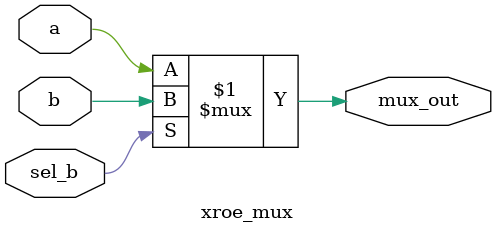
<source format=v>
`timescale 1ns / 1ps

module led_driver(

   input  wire       clk_75m               ,
   input  wire       clk_axi               ,
   input  wire       clk_eth_rx            ,
   input  wire       clk_eth_tx            ,
   input  wire       clk_gt_refclk         ,
   input  wire       rx_block_lock         ,

   input  wire       gpio_cdc_xxv_loopback , 
   input  wire       radio_cdc_loopback    ,
   input  wire       radio_cdc_enable      ,
   input  wire       radio_cdc_error       ,
   input  wire       radio_cdc_status      ,
   input  wire       defm_ant0_active_axi  ,

   input  wire       gpio_cdc_ledmode2     , 
   input  wire       dip_in_cdc_ledmode2   , 
   input  wire [1:0] gpio_cdc_ledgpio      , 

   // (* X_INTERFACE_INFO = "xilinx.com:interface:gpio:1.0 GPIO_I TRI_O" *)
   // (* X_INTERFACE_MODE = "slave GPIO_I" *) 
   // input  wire [7:0] gpio 

  (* X_INTERFACE_INFO = "xilinx.com:interface:gpio_rtl:1.0 LED_O TRI_O" *)
  (* X_INTERFACE_MODE = "master LED_O" *) 
   output wire [7:0] LED                   ,
   output wire       sfp_enable          

);
    
//-----------------------------------------------------------------------------
// Variables
//-----------------------------------------------------------------------------
reg [23:0] clk_75m_count      = 0;
reg [23:0] clk_axi_count      = 0;
reg [23:0] clk_eth_rx_count   = 0;
reg [23:0] clk_eth_tx_count   = 0;
reg [23:0] clk_gt_reclk_count = 0;
wire       led_mode2             ;
    
//-----------------------------------------------------------------------------
// Clock activity generators
//-----------------------------------------------------------------------------
always @(posedge clk_75m)
   clk_75m_count <= clk_75m_count + 'd1;

always @(posedge clk_axi)
   clk_axi_count <= clk_axi_count + 'd1;

always @(posedge clk_eth_rx)
   clk_eth_rx_count <= clk_eth_rx_count + 'd1;

always @(posedge clk_eth_tx)
   clk_eth_tx_count <= clk_eth_tx_count + 'd1;

always @(posedge clk_gt_refclk)
   clk_gt_reclk_count <= clk_gt_reclk_count + 'd1;

//-----------------------------------------------------------------------------
// Set high to enable SFP
//-----------------------------------------------------------------------------
assign sfp_enable = 1'd1;
assign led_mode2  = gpio_cdc_ledmode2 | dip_in_cdc_ledmode2;

//-----------------------------------------------------------------------------
// LED assignment
//-----------------------------------------------------------------------------
assign LED[0] = led_mode2 ? gpio_cdc_xxv_loopback : rx_block_lock          ; // 
assign LED[1] = led_mode2 ? radio_cdc_loopback    : gpio_cdc_ledgpio[0]    ; // 
assign LED[2] = led_mode2 ? radio_cdc_enable      : gpio_cdc_ledgpio[1]    ; // 
assign LED[3] = led_mode2 ? radio_cdc_error       : clk_gt_reclk_count[23] ; // 
assign LED[4] = led_mode2 ? radio_cdc_status      : clk_75m_count[23]      ; // 
assign LED[5] = led_mode2 ? defm_ant0_active_axi  : clk_axi_count[23]      ; // 
assign LED[6] = led_mode2 ? 1'd1                  : clk_eth_tx_count[23]   ; // 
assign LED[7] = led_mode2 ? 1'd1                  : clk_eth_rx_count[23]   ; // 

endmodule

//-----------------------------------------------------------------------------
// Replicate the AXIS signals for Out-Of_Band timestamp control
//-----------------------------------------------------------------------------
module axis_duplicate_master_out (

  (* X_INTERFACE_INFO = "xilinx.com:interface:axis:1.0 mas_0 TDATA"      *) output wire  [63:0] m0_data_tdata         ,
  (* X_INTERFACE_INFO = "xilinx.com:interface:axis:1.0 mas_0 TKEEP"      *) output wire   [7:0] m0_data_tkeep         ,
  (* X_INTERFACE_INFO = "xilinx.com:interface:axis:1.0 mas_0 TVALID"     *) output wire         m0_data_tvalid        ,
  (* X_INTERFACE_INFO = "xilinx.com:interface:axis:1.0 mas_0 TLAST"      *) output wire         m0_data_tlast         ,
  (* X_INTERFACE_INFO = "xilinx.com:interface:axis:1.0 mas_0 TUSER"      *) output  wire        m0_data_tuser         ,
  (* X_INTERFACE_INFO = "xilinx.com:interface:axis:1.0 mas_0 TREADY"     *) input  wire         m0_data_tready        ,

  // (* X_INTERFACE_INFO = "xilinx.com:interface:axis:1.0 cpy_0 TDATA"      *) output wire  [63:0] c0_data_tdata         ,
  // (* X_INTERFACE_INFO = "xilinx.com:interface:axis:1.0 cpy_0 TKEEP"      *) output wire   [7:0] c0_data_tkeep         ,
  (* X_INTERFACE_INFO = "xilinx.com:interface:axis:1.0 cpy_0 TVALID"     *) output wire         c0_data_tvalid        ,
  (* X_INTERFACE_INFO = "xilinx.com:interface:axis:1.0 cpy_0 TLAST"      *) output wire         c0_data_tlast         ,
  (* X_INTERFACE_INFO = "xilinx.com:interface:axis:1.0 cpy_0 TUSER"      *) output wire         c0_data_tuser         ,

  (* X_INTERFACE_INFO = "xilinx.com:interface:axis:1.0 slv_in TDATA"     *) input  wire  [63:0] s0_data_tdata         ,
  (* X_INTERFACE_INFO = "xilinx.com:interface:axis:1.0 slv_in TKEEP"     *) input  wire   [7:0] s0_data_tkeep         ,  
  (* X_INTERFACE_INFO = "xilinx.com:interface:axis:1.0 slv_in TVALID"    *) input  wire         s0_data_tvalid        ,
  (* X_INTERFACE_INFO = "xilinx.com:interface:axis:1.0 slv_in TLAST"     *) input  wire         s0_data_tlast         ,
  (* X_INTERFACE_INFO = "xilinx.com:interface:axis:1.0 slv_in TUSER"     *) input  wire         s0_data_tuser         ,
  (* X_INTERFACE_INFO = "xilinx.com:interface:axis:1.0 slv_in TREADY"    *) output wire         s0_data_tready        ,

  (* X_INTERFACE_INFO = "xilinx.com:signal:reset:1.0 s_axis_aresetn RST" *)
  input  wire         s_axis_aresetn     ,
  (* X_INTERFACE_INFO = "xilinx.com:signal:clock:1.0 s_axis_aclk CLK" *)
  (* X_INTERFACE_PARAMETER = "ASSOCIATED_BUSIF slv_in:mas_0:cpy_0" *)
  input  wire         s_axis_aclk        

);

assign m0_data_tdata  = s0_data_tdata  ;
assign m0_data_tkeep  = s0_data_tkeep  ;
assign m0_data_tvalid = s0_data_tvalid ;
assign m0_data_tlast  = s0_data_tlast  ;
assign s0_data_tready = m0_data_tready ;
assign m0_data_tuser  = 1'd0           ; // Tie tuser to 0. The XXV used tuser
                                         // bit0 to mark as errored
                                         // and these will not be sent. 

// assign c0_data_tdata  = s0_data_tdata  ;
// assign c0_data_tkeep  = s0_data_tkeep  ;
assign c0_data_tvalid = s0_data_tvalid ;
assign c0_data_tlast  = s0_data_tlast  ;
assign c0_data_tuser  = s0_data_tuser  ;

endmodule

//-----------------------------------------------------------------------------
// 
//-----------------------------------------------------------------------------
module debug_system_resets (
   input   wire       stat_rx_local_fault_0    ,
   input   wire       stat_tx_local_fault_0    ,
   input   wire       sys_reset                ,
   input   wire       user_rxtx_eth_resetn     ,
   input   wire       user_rx_resetn           ,
   input   wire       user_tx_resetn           ,
   input   wire       rx_block_lock            ,
  
   input   wire       clk_in_sel               ,
   input   wire       reset_to_synce           ,

   output  wire       r_stat_rx_local_fault_0  ,
   output  wire       r_stat_tx_local_fault_0  ,
   output  wire       r_sys_reset              ,
   output  wire       r_user_rxtx_eth_resetn   ,
   output  wire       r_user_rx_resetn         ,
   output  wire       r_user_tx_resetn         ,
   output  wire       r_clk_in_sel             ,
   output  wire       r_reset_to_synce         ,
   output  wire       r_rx_block_lock          ,

   output  wire [7:0] debug_resets_as_bus      ,
   input   wire       axi4_Lite_clk
);

  xpm_cdc_single #( .SRC_INPUT_REG (0) ) xpm_cdc_0_i ( .src_clk(), .src_in(stat_rx_local_fault_0), .dest_clk (axi4_Lite_clk), .dest_out (r_stat_rx_local_fault_0) );
  xpm_cdc_single #( .SRC_INPUT_REG (0) ) xpm_cdc_1_i ( .src_clk(), .src_in(stat_tx_local_fault_0), .dest_clk (axi4_Lite_clk), .dest_out (r_stat_tx_local_fault_0) );
  xpm_cdc_single #( .SRC_INPUT_REG (0) ) xpm_cdc_2_i ( .src_clk(), .src_in(sys_reset            ), .dest_clk (axi4_Lite_clk), .dest_out (r_sys_reset            ) );
  xpm_cdc_single #( .SRC_INPUT_REG (0) ) xpm_cdc_3_i ( .src_clk(), .src_in(user_rxtx_eth_resetn ), .dest_clk (axi4_Lite_clk), .dest_out (r_user_rxtx_eth_resetn ) );
  xpm_cdc_single #( .SRC_INPUT_REG (0) ) xpm_cdc_4_i ( .src_clk(), .src_in(user_rx_resetn       ), .dest_clk (axi4_Lite_clk), .dest_out (r_user_rx_resetn       ) );
  xpm_cdc_single #( .SRC_INPUT_REG (0) ) xpm_cdc_5_i ( .src_clk(), .src_in(user_tx_resetn       ), .dest_clk (axi4_Lite_clk), .dest_out (r_user_tx_resetn       ) );
  xpm_cdc_single #( .SRC_INPUT_REG (0) ) xpm_cdc_6_i ( .src_clk(), .src_in(clk_in_sel           ), .dest_clk (axi4_Lite_clk), .dest_out (r_clk_in_sel           ) );
  xpm_cdc_single #( .SRC_INPUT_REG (0) ) xpm_cdc_7_i ( .src_clk(), .src_in(reset_to_synce       ), .dest_clk (axi4_Lite_clk), .dest_out (r_reset_to_synce       ) );
  xpm_cdc_single #( .SRC_INPUT_REG (0) ) xpm_cdc_8_i ( .src_clk(), .src_in(rx_block_lock        ), .dest_clk (axi4_Lite_clk), .dest_out (r_rx_block_lock        ) );

  assign debug_resets_as_bus = {
                              r_stat_rx_local_fault_0,
                              r_stat_tx_local_fault_0,
                              r_sys_reset            ,
                              r_user_rxtx_eth_resetn ,
                              r_user_rx_resetn       ,
                              r_user_tx_resetn       ,
                              r_clk_in_sel           ,
                              r_reset_to_synce        
  };
    
endmodule

//-----------------------------------------------------------------------------
// IPI friendly block for adding tuser to AXI streams to identify ARM vs
// Framer traffic.
//-----------------------------------------------------------------------------
module axis_add_tuser (

  (* X_INTERFACE_INFO = "xilinx.com:interface:axis:1.0 mas_0 TDATA"      *) output wire  [63:0] m0_data_tdata         ,
  (* X_INTERFACE_INFO = "xilinx.com:interface:axis:1.0 mas_0 TKEEP"      *) output wire   [7:0] m0_data_tkeep         ,
  (* X_INTERFACE_INFO = "xilinx.com:interface:axis:1.0 mas_0 TVALID"     *) output wire         m0_data_tvalid        ,
  (* X_INTERFACE_INFO = "xilinx.com:interface:axis:1.0 mas_0 TLAST"      *) output wire         m0_data_tlast         ,
  (* X_INTERFACE_INFO = "xilinx.com:interface:axis:1.0 mas_0 TUSER"      *) output wire         m0_data_tuser         ,
  (* X_INTERFACE_INFO = "xilinx.com:interface:axis:1.0 mas_0 TREADY"     *) input  wire         m0_data_tready        ,

  (* X_INTERFACE_INFO = "xilinx.com:interface:axis:1.0 slv_in TDATA"     *) input  wire  [63:0] s0_data_tdata         ,
  (* X_INTERFACE_INFO = "xilinx.com:interface:axis:1.0 slv_in TKEEP"     *) input  wire   [7:0] s0_data_tkeep         ,  
  (* X_INTERFACE_INFO = "xilinx.com:interface:axis:1.0 slv_in TVALID"    *) input  wire         s0_data_tvalid        ,
  (* X_INTERFACE_INFO = "xilinx.com:interface:axis:1.0 slv_in TLAST"     *) input  wire         s0_data_tlast         ,
  (* X_INTERFACE_INFO = "xilinx.com:interface:axis:1.0 slv_in TREADY"    *) output wire         s0_data_tready        ,

  input custom_t_user,

  (* X_INTERFACE_INFO = "xilinx.com:signal:reset:1.0 s_axis_aresetn RST" *)
  input  wire         s_axis_aresetn     ,
  (* X_INTERFACE_INFO = "xilinx.com:signal:clock:1.0 s_axis_aclk CLK" *)
  (* X_INTERFACE_PARAMETER = "ASSOCIATED_BUSIF slv_in:mas_0" *)
  input  wire         s_axis_aclk        
);

assign m0_data_tdata  = s0_data_tdata  ;
assign m0_data_tkeep  = s0_data_tkeep  ;
assign m0_data_tvalid = s0_data_tvalid ;
assign m0_data_tlast  = s0_data_tlast  ;
assign m0_data_tuser  = custom_t_user  ;
assign s0_data_tready = m0_data_tready ;

endmodule

//-----------------------------------------------------------------------------
// IPI friendly block for adding tuser to AXI streams to identify ARM vs
// Framer traffic.
//-----------------------------------------------------------------------------
module axis_detect_sop (


  (* X_INTERFACE_INFO = "xilinx.com:interface:axis:1.0 slv_in TVALID"    *) input  wire         s0_data_tvalid        ,
  (* X_INTERFACE_INFO = "xilinx.com:interface:axis:1.0 slv_in TLAST"     *) input  wire         s0_data_tlast         ,
  output wire         sop_valid             ,

  (* X_INTERFACE_INFO = "xilinx.com:signal:reset:1.0 s_axis_aresetn RST" *)
  input  wire         s_axis_aresetn     ,
  (* X_INTERFACE_INFO = "xilinx.com:signal:clock:1.0 s_axis_aclk CLK" *)
  (* X_INTERFACE_PARAMETER = "ASSOCIATED_BUSIF slv_in" *)
  input  wire         s_axis_aclk        
);

  reg sop_valid_reg;
  reg inframe;
  
  always @(posedge s_axis_aclk)
  begin
    if(s_axis_aresetn == 1'b0)
    begin
      inframe <= 1'b0;
      sop_valid_reg <= 1'b0;
    end
    else
    begin
      if(inframe == 1'b0)
      begin
        inframe <= s0_data_tvalid;
        sop_valid_reg <= s0_data_tvalid;
      end
      else
      begin
        inframe <= ~(s0_data_tlast & s0_data_tvalid);
        sop_valid_reg <= 1'b0;
      end
    end
  end
  assign sop_valid = sop_valid_reg;
  
endmodule

//-----------------------------------------------------------------------------
// Workaround block to supress the ARM grant when a ECPRI packet burst is
// in progress from the framer. This works by waiting for 8 cycles of the
// tvalid from the framer being low, this is enough to indicate that the
// framer has finished its current burst.
// s_req_suppress[C_NUM_SI_SLOTS-1:0] Input
// AXI4-Stream Switch only signal.
// Active-High signal to skip this bus on the
// next arbitration cycle. While the signal is
// asserted, this bus does not receive the next
// arbitration. If this bus already has
// arbitration granted, it remains granted until
// the arbitration cycle is completely normally.
//-----------------------------------------------------------------------------
module axis_tvalid_inhibit (

  (* X_INTERFACE_INFO = "xilinx.com:interface:axis:1.0 mas_0 TDATA"      *) output wire  [63:0] m0_data_tdata         ,
  (* X_INTERFACE_INFO = "xilinx.com:interface:axis:1.0 mas_0 TKEEP"      *) output wire   [7:0] m0_data_tkeep         ,
  (* X_INTERFACE_INFO = "xilinx.com:interface:axis:1.0 mas_0 TVALID"     *) output wire         m0_data_tvalid        ,
  (* X_INTERFACE_INFO = "xilinx.com:interface:axis:1.0 mas_0 TLAST"      *) output wire         m0_data_tlast         ,
  (* X_INTERFACE_INFO = "xilinx.com:interface:axis:1.0 mas_0 TREADY"     *) input  wire         m0_data_tready        ,

  (* X_INTERFACE_INFO = "xilinx.com:interface:axis:1.0 slv_in TDATA"     *) input  wire  [63:0] s0_data_tdata         ,
  (* X_INTERFACE_INFO = "xilinx.com:interface:axis:1.0 slv_in TKEEP"     *) input  wire   [7:0] s0_data_tkeep         ,  
  (* X_INTERFACE_INFO = "xilinx.com:interface:axis:1.0 slv_in TVALID"    *) input  wire         s0_data_tvalid        ,
  (* X_INTERFACE_INFO = "xilinx.com:interface:axis:1.0 slv_in TLAST"     *) input  wire         s0_data_tlast         ,
  (* X_INTERFACE_INFO = "xilinx.com:interface:axis:1.0 slv_in TREADY"    *) output wire         s0_data_tready        ,

  output reg s_req_suppress,

  (* X_INTERFACE_INFO = "xilinx.com:signal:reset:1.0 s_axis_aresetn RST" *)
  input  wire         s_axis_aresetn     ,
  (* X_INTERFACE_INFO = "xilinx.com:signal:clock:1.0 s_axis_aclk CLK" *)
  (* X_INTERFACE_PARAMETER = "ASSOCIATED_BUSIF slv_in:mas_0" *)
  input  wire         s_axis_aclk        
);

// Assign the slave to the master, we are not interrupting the data flow, 
// just using the control flags to generate the supress signal.
assign m0_data_tdata  = s0_data_tdata  ;
assign m0_data_tkeep  = s0_data_tkeep  ;
assign m0_data_tvalid = s0_data_tvalid ;
assign m0_data_tlast  = s0_data_tlast  ;
assign s0_data_tready = m0_data_tready ;

reg [3:0] s_req_suppress_counter=0;

// Create the suppress.
// Set high when there is tvalid is active
// only clear after 8 tvalid low cycles
always @(posedge s_axis_aclk) begin
   if(~s_axis_aresetn)
      s_req_suppress <= 1'd0;
   else
      if(s0_data_tvalid)
         s_req_suppress <= 1'd1;
      else
         if(s_req_suppress_counter == 'd8)
            s_req_suppress <= 1'd0;
         else
            s_req_suppress <= s_req_suppress;
end

// use to indicate when we have had multiple tvalid low cycles.
always @(posedge s_axis_aclk) begin
   if(~s_axis_aresetn)
      s_req_suppress_counter <= 'd0;
   else
      if(s0_data_tvalid)
         s_req_suppress_counter <= 'd0;
      else
         s_req_suppress_counter <= s_req_suppress_counter + 'd1;
end

endmodule

//-----------------------------------------------------------------------------
// Generate a pulse from a rising edge. Intended for use with RX Block Lock
// where we may want to reset logic as it becomes high, signalling a good link
//-----------------------------------------------------------------------------
module rising_edge_det_gen_pulse_n (

   input  wire       clk                   ,
   input  wire       signal_in             ,
   output reg        aresetn     = 1           

);
 
//-----------------------------------------------------------------------------
// Variables
//-----------------------------------------------------------------------------
reg  [9:0] shifter            = 0;
wire       signal_in_r           ;


//-----------------------------------------------------------------------------
// Retime the incoming signal
//-----------------------------------------------------------------------------
xpm_cdc_single #( .SRC_INPUT_REG (0) ) xpm_cdc_axi2int_resetn_i ( 
  .src_clk  (), 
  .src_in   (signal_in), 
  .dest_clk (clk), 
  .dest_out (signal_in_r) 
);

//-----------------------------------------------------------------------------
// Create the pulse. 
//-----------------------------------------------------------------------------
always @(posedge clk) begin
   
   if(aresetn) begin

      // Look for the shift register full of 0's and 1 on the input
      if ((!(|shifter)) & (signal_in_r))
        aresetn <= 1'd0;

   end else begin

      // Look for the shift register full of 1's and 1 on the input
      if ((&shifter) & (signal_in_r))
        aresetn <= 1'd1;

   end

end
    
//-----------------------------------------------------------------------------
// free running shift register
//-----------------------------------------------------------------------------
always @(posedge clk)
   shifter <= {shifter[8:0],signal_in_r};

endmodule // rising_edge_det_gen_pulse_n

//-----------------------------------------------------------------------------
// 

// Clk(MHz):100  WatchDog Period
//   
// 15  32768     0.00032768
// 16  65536     0.00065536
// 17  131072    0.00131072
// 18  262144    0.00262144
// 19  524288    0.00524288
// 20  1048576   0.01048576
// 21  2097152   0.02097152
// 22  4194304   0.04194304
// 23  8388608   0.08388608
// 24  16777216  0.16777216

//-----------------------------------------------------------------------------
module low_signal_watchdog #(

  parameter counter_width      = 20,
  parameter zero_match_bit_low = 2

  ) (

   input  wire       clk                   ,
   input  wire       signal_in             ,
   input  wire       disable_wd            ,

   output reg        aresetn     = 1       ,    
   output reg        logic0      = 0       ,    
   output reg        logic1      = 1           

);
 
//-----------------------------------------------------------------------------
// Variables
//-----------------------------------------------------------------------------
reg  [counter_width - 1:0] counter = {counter_width{1'b1}};
wire                       signal_in_r ;

//-----------------------------------------------------------------------------
// Retime the incoming signal
//-----------------------------------------------------------------------------
xpm_cdc_single #( .SRC_INPUT_REG (0) ) xpm_cdc_axi2int_resetn_i ( 
  .src_clk  (1'd0       ), 
  .src_in   (signal_in  ), 
  .dest_clk (clk        ), 
  .dest_out (signal_in_r) 
);

//-----------------------------------------------------------------------------
// Create the pulse. 
//-----------------------------------------------------------------------------
always @(posedge clk) begin
   
   if(disable_wd) begin

      counter <= {counter_width{1'b1}};
      aresetn <= 1'd1;

   end else begin

      if (signal_in_r == 0)
        // If the signal is low, decrement
        counter <= counter - 'd1;
      else 
        // keep the counter at max value
        counter <= {counter_width{1'b1}};

      // Create a pulse as wide as the low parameter
      aresetn <= ~(counter[counter_width-1:zero_match_bit_low] == 'd0);

   end

end
    
endmodule // low_signal_watchdog

//-----------------------------------------------------------------------------
// Simple single bit mux
//-----------------------------------------------------------------------------
module xroe_mux (

   input  wire       a     ,
   input  wire       b     ,
   input  wire       sel_b ,
   output wire       mux_out   

);

assign mux_out = sel_b ? b : a;

endmodule

</source>
